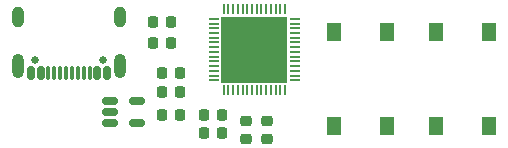
<source format=gbr>
%TF.GenerationSoftware,KiCad,Pcbnew,8.0.2*%
%TF.CreationDate,2024-05-17T16:53:08+03:00*%
%TF.ProjectId,zamonaryboard,7a616d6f-6e61-4727-9962-6f6172642e6b,rev?*%
%TF.SameCoordinates,Original*%
%TF.FileFunction,Soldermask,Top*%
%TF.FilePolarity,Negative*%
%FSLAX46Y46*%
G04 Gerber Fmt 4.6, Leading zero omitted, Abs format (unit mm)*
G04 Created by KiCad (PCBNEW 8.0.2) date 2024-05-17 16:53:08*
%MOMM*%
%LPD*%
G01*
G04 APERTURE LIST*
G04 Aperture macros list*
%AMRoundRect*
0 Rectangle with rounded corners*
0 $1 Rounding radius*
0 $2 $3 $4 $5 $6 $7 $8 $9 X,Y pos of 4 corners*
0 Add a 4 corners polygon primitive as box body*
4,1,4,$2,$3,$4,$5,$6,$7,$8,$9,$2,$3,0*
0 Add four circle primitives for the rounded corners*
1,1,$1+$1,$2,$3*
1,1,$1+$1,$4,$5*
1,1,$1+$1,$6,$7*
1,1,$1+$1,$8,$9*
0 Add four rect primitives between the rounded corners*
20,1,$1+$1,$2,$3,$4,$5,0*
20,1,$1+$1,$4,$5,$6,$7,0*
20,1,$1+$1,$6,$7,$8,$9,0*
20,1,$1+$1,$8,$9,$2,$3,0*%
G04 Aperture macros list end*
%ADD10RoundRect,0.225000X0.225000X0.250000X-0.225000X0.250000X-0.225000X-0.250000X0.225000X-0.250000X0*%
%ADD11R,1.300000X1.550000*%
%ADD12RoundRect,0.150000X-0.512500X-0.150000X0.512500X-0.150000X0.512500X0.150000X-0.512500X0.150000X0*%
%ADD13RoundRect,0.225000X-0.225000X-0.250000X0.225000X-0.250000X0.225000X0.250000X-0.225000X0.250000X0*%
%ADD14RoundRect,0.225000X-0.250000X0.225000X-0.250000X-0.225000X0.250000X-0.225000X0.250000X0.225000X0*%
%ADD15RoundRect,0.050000X-0.387500X-0.050000X0.387500X-0.050000X0.387500X0.050000X-0.387500X0.050000X0*%
%ADD16RoundRect,0.050000X-0.050000X-0.387500X0.050000X-0.387500X0.050000X0.387500X-0.050000X0.387500X0*%
%ADD17R,5.600000X5.600000*%
%ADD18C,0.650000*%
%ADD19RoundRect,0.150000X0.150000X0.425000X-0.150000X0.425000X-0.150000X-0.425000X0.150000X-0.425000X0*%
%ADD20RoundRect,0.075000X0.075000X0.500000X-0.075000X0.500000X-0.075000X-0.500000X0.075000X-0.500000X0*%
%ADD21O,1.000000X2.100000*%
%ADD22O,1.000000X1.800000*%
%ADD23RoundRect,0.225000X0.250000X-0.225000X0.250000X0.225000X-0.250000X0.225000X-0.250000X-0.225000X0*%
G04 APERTURE END LIST*
D10*
%TO.C,C1*%
X136665000Y-78740000D03*
X135115000Y-78740000D03*
%TD*%
D11*
%TO.C,SW-RST1*%
X158278000Y-83223000D03*
X158278000Y-75273000D03*
X162778000Y-83223000D03*
X162778000Y-75273000D03*
%TD*%
%TO.C,SW1*%
X149642000Y-83223000D03*
X149642000Y-75273000D03*
X154142000Y-83223000D03*
X154142000Y-75273000D03*
%TD*%
D12*
%TO.C,U2*%
X130688500Y-81092000D03*
X130688500Y-82042000D03*
X130688500Y-82992000D03*
X132963500Y-82992000D03*
X132963500Y-81092000D03*
%TD*%
D13*
%TO.C,R1*%
X134340000Y-76200000D03*
X135890000Y-76200000D03*
%TD*%
D14*
%TO.C,C6*%
X144018000Y-82804000D03*
X144018000Y-84354000D03*
%TD*%
D15*
%TO.C,U1*%
X139502500Y-74170000D03*
X139502500Y-74570000D03*
X139502500Y-74970000D03*
X139502500Y-75370000D03*
X139502500Y-75770000D03*
X139502500Y-76170000D03*
X139502500Y-76570000D03*
X139502500Y-76970000D03*
X139502500Y-77370000D03*
X139502500Y-77770000D03*
X139502500Y-78170000D03*
X139502500Y-78570000D03*
X139502500Y-78970000D03*
X139502500Y-79370000D03*
D16*
X140340000Y-80207500D03*
X140740000Y-80207500D03*
X141140000Y-80207500D03*
X141540000Y-80207500D03*
X141940000Y-80207500D03*
X142340000Y-80207500D03*
X142740000Y-80207500D03*
X143140000Y-80207500D03*
X143540000Y-80207500D03*
X143940000Y-80207500D03*
X144340000Y-80207500D03*
X144740000Y-80207500D03*
X145140000Y-80207500D03*
X145540000Y-80207500D03*
D15*
X146377500Y-79370000D03*
X146377500Y-78970000D03*
X146377500Y-78570000D03*
X146377500Y-78170000D03*
X146377500Y-77770000D03*
X146377500Y-77370000D03*
X146377500Y-76970000D03*
X146377500Y-76570000D03*
X146377500Y-76170000D03*
X146377500Y-75770000D03*
X146377500Y-75370000D03*
X146377500Y-74970000D03*
X146377500Y-74570000D03*
X146377500Y-74170000D03*
D16*
X145540000Y-73332500D03*
X145140000Y-73332500D03*
X144740000Y-73332500D03*
X144340000Y-73332500D03*
X143940000Y-73332500D03*
X143540000Y-73332500D03*
X143140000Y-73332500D03*
X142740000Y-73332500D03*
X142340000Y-73332500D03*
X141940000Y-73332500D03*
X141540000Y-73332500D03*
X141140000Y-73332500D03*
X140740000Y-73332500D03*
X140340000Y-73332500D03*
D17*
X142940000Y-76770000D03*
%TD*%
D18*
%TO.C,J1*%
X130140000Y-77665000D03*
X124360000Y-77665000D03*
D19*
X130450000Y-78740000D03*
X129650000Y-78740000D03*
D20*
X128500000Y-78740000D03*
X127500000Y-78740000D03*
X127000000Y-78740000D03*
X126000000Y-78740000D03*
D19*
X124850000Y-78740000D03*
X124050000Y-78740000D03*
X124050000Y-78740000D03*
X124850000Y-78740000D03*
D20*
X125500000Y-78740000D03*
X126500000Y-78740000D03*
X128000000Y-78740000D03*
X129000000Y-78740000D03*
D19*
X129650000Y-78740000D03*
X130450000Y-78740000D03*
D21*
X131570000Y-78165000D03*
D22*
X131570000Y-73985000D03*
D21*
X122930000Y-78165000D03*
D22*
X122930000Y-73985000D03*
%TD*%
D10*
%TO.C,C5*%
X140208000Y-83820000D03*
X138658000Y-83820000D03*
%TD*%
%TO.C,C2*%
X136652000Y-82296000D03*
X135102000Y-82296000D03*
%TD*%
%TO.C,C3*%
X136678000Y-80391000D03*
X135128000Y-80391000D03*
%TD*%
%TO.C,R2*%
X135890000Y-74435000D03*
X134340000Y-74435000D03*
%TD*%
D23*
%TO.C,C7*%
X142240000Y-84354000D03*
X142240000Y-82804000D03*
%TD*%
D10*
%TO.C,C4*%
X140234000Y-82296000D03*
X138684000Y-82296000D03*
%TD*%
M02*

</source>
